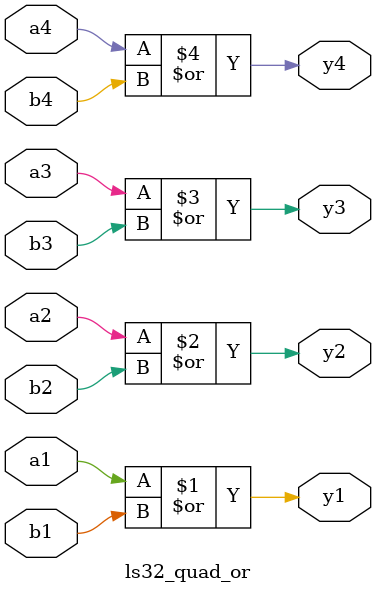
<source format=v>
module ls32_quad_or (
    input  wire a1, b1,  // Gate 1 inputs
    input  wire a2, b2,  // Gate 2 inputs
    input  wire a3, b3,  // Gate 3 inputs
    input  wire a4, b4,  // Gate 4 inputs
    output wire y1,      // Gate 1 output
    output wire y2,      // Gate 2 output
    output wire y3,      // Gate 3 output
    output wire y4       // Gate 4 output
);

    // Four independent 2-input OR gates
    assign y1 = a1 | b1;
    assign y2 = a2 | b2;
    assign y3 = a3 | b3;
    assign y4 = a4 | b4;

endmodule
</source>
